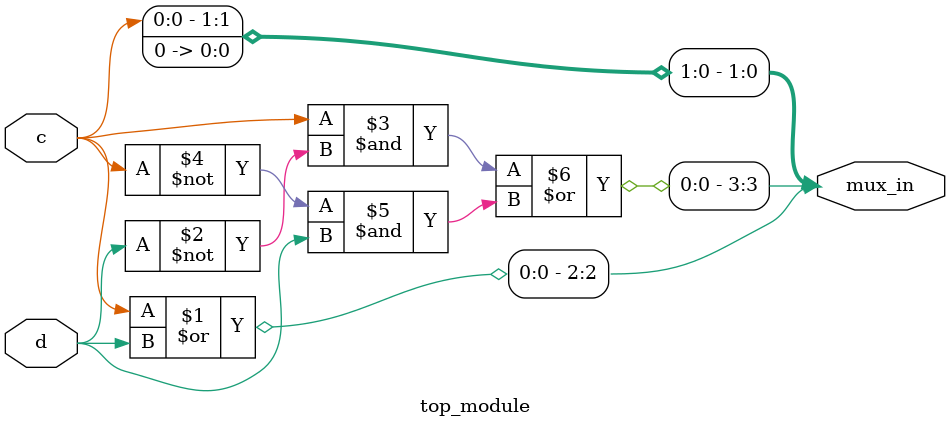
<source format=sv>
module top_module (
    input c,
    input d,
    output [3:0] mux_in
);

    assign mux_in[0] = 1'b0;
    assign mux_in[1] = c;
    assign mux_in[2] = c | d;
    assign mux_in[3] = (c & ~d) | (~c & d);

endmodule

</source>
